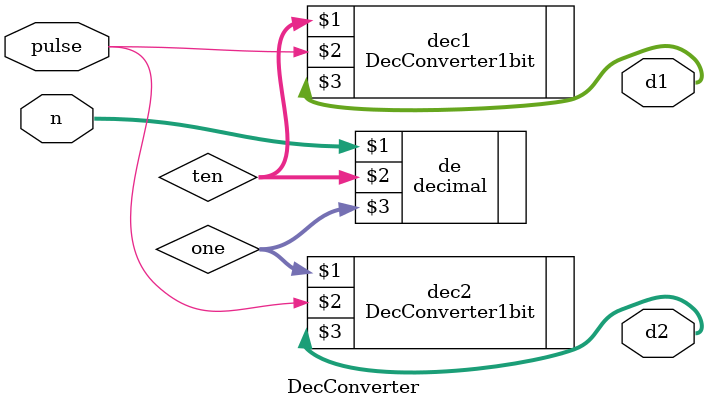
<source format=v>
`timescale 1ns / 1ps
module DecConverter(
    input [6:0] n,
    output [6:0] d1,
    output [6:0] d2,
    input pulse
    );
	 wire [3:0] ten;
	 wire [3:0] one;
	 
	 decimal de (n, ten, one);
	 DecConverter1bit dec1 (ten, pulse, d1);
	 DecConverter1bit dec2 (one, pulse, d2);
	 
	 


endmodule

</source>
